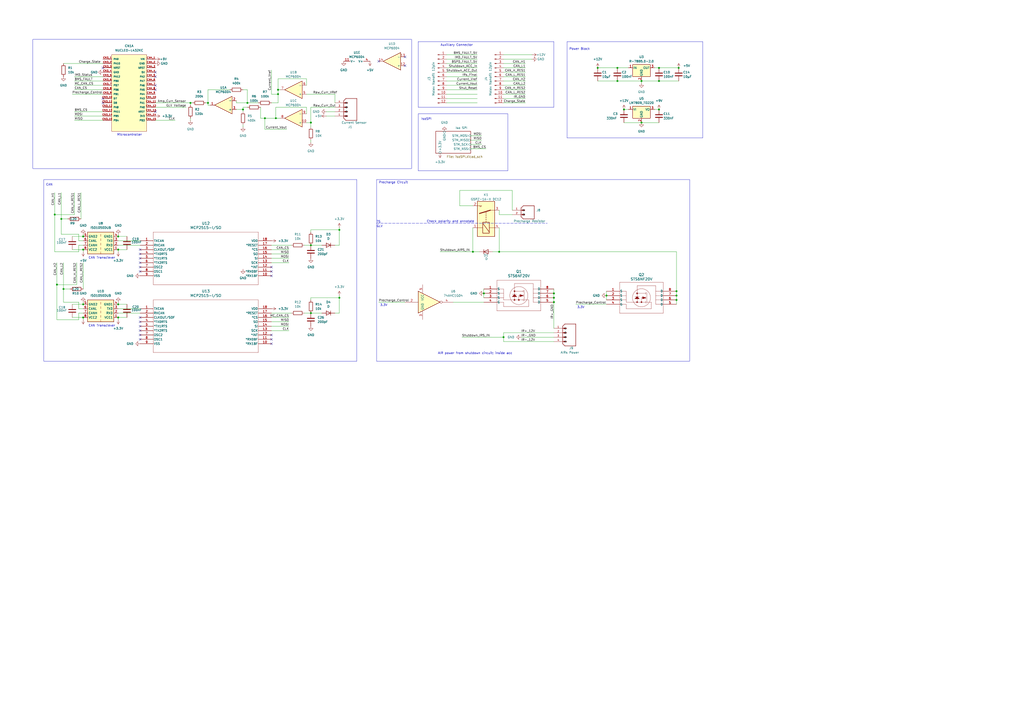
<source format=kicad_sch>
(kicad_sch (version 20231120) (generator "eeschema") (generator_version "8.0")
  (paper "A2")
  (title_block (title "Accumulator Board ") (date "2024-10-18") (rev "0.0") (company "Formula Slug"))
  (junction (at 153.67 68.58))
  (junction (at -93.98 402.59))
  (junction (at 180.34 71.12))
  (junction (at -177.8 265.43))
  (junction (at 160.02 68.58))
  (junction (at -176.53 323.85))
  (junction (at -53.34 402.59))
  (junction (at 180.34 181.61))
  (junction (at 68.58 137.16))
  (junction (at 68.58 184.15))
  (junction (at 358.14 46.99))
  (junction (at 361.95 63.5))
  (junction (at 372.11 71.12))
  (junction (at -53.34 407.67))
  (junction (at 382.27 46.99))
  (junction (at 289.56 146.05))
  (junction (at 110.49 59.69))
  (junction (at -53.34 400.05))
  (junction (at 346.71 39.37))
  (junction (at 392.43 168.91))
  (junction (at 140.97 63.5))
  (junction (at 351.79 171.45))
  (junction (at 382.27 39.37))
  (junction (at 393.7 39.37))
  (junction (at -176.53 330.2))
  (junction (at 358.14 39.37))
  (junction (at 68.58 176.53))
  (junction (at 372.11 46.99))
  (junction (at 48.26 144.78))
  (junction (at 143.51 59.69))
  (junction (at 180.34 142.24))
  (junction (at 321.31 170.18))
  (junction (at 161.29 52.07))
  (junction (at 68.58 144.78))
  (junction (at 48.26 184.15))
  (junction (at 292.1 195.58))
  (junction (at -53.34 405.13))
  (junction (at 48.26 137.16))
  (junction (at 321.31 172.72))
  (junction (at 382.27 63.5))
  (junction (at 31.75 124.46))
  (junction (at 274.32 146.05))
  (junction (at -185.42 265.43))
  (junction (at 392.43 171.45))
  (junction (at 196.85 172.72))
  (junction (at 36.83 167.64))
  (junction (at 33.02 165.1))
  (junction (at 196.85 133.35))
  (junction (at 48.26 176.53))
  (junction (at 392.43 173.99))
  (junction (at 161.29 54.61))
  (junction (at 280.67 170.18))
  (junction (at 321.31 175.26))
  (junction (at -184.15 327.66))
  (junction (at 35.56 127))
  (junction (at -184.15 323.85))
  (junction (at 120.65 59.69))
  (no_connect (at 81.28 189.23))
  (no_connect (at 157.48 154.94))
  (no_connect (at -180.34 311.15))
  (no_connect (at 81.28 157.48))
  (no_connect (at -177.8 270.51))
  (no_connect (at 81.28 152.4))
  (no_connect (at 81.28 196.85))
  (no_connect (at 81.28 186.69))
  (no_connect (at 90.17 41.91))
  (no_connect (at 59.69 39.37))
  (no_connect (at 81.28 144.78))
  (no_connect (at 81.28 154.94))
  (no_connect (at 90.17 49.53))
  (no_connect (at 157.48 194.31))
  (no_connect (at 81.28 149.86))
  (no_connect (at 234.95 38.1))
  (no_connect (at 81.28 184.15))
  (no_connect (at 59.69 59.69))
  (no_connect (at 90.17 44.45))
  (no_connect (at 157.48 199.39))
  (no_connect (at 81.28 191.77))
  (no_connect (at 219.71 35.56))
  (no_connect (at 157.48 160.02))
  (no_connect (at 157.48 196.85))
  (no_connect (at 81.28 147.32))
  (no_connect (at 234.95 33.02))
  (no_connect (at 157.48 157.48))
  (no_connect (at 90.17 64.77))
  (no_connect (at 90.17 52.07))
  (no_connect (at 81.28 194.31))
  (no_connect (at 59.69 57.15))
  (wire (pts (xy -44.45 397.51) (xy -53.34 397.51)))
  (wire (pts (xy 43.18 44.45) (xy 59.69 44.45)))
  (wire (pts (xy -180.34 270.51) (xy -180.34 267.97)))
  (wire (pts (xy 68.58 184.15) (xy 73.66 184.15)))
  (wire (pts (xy 180.34 62.23) (xy 180.34 71.12)))
  (wire (pts (xy -53.34 407.67) (xy -44.45 407.67)))
  (wire (pts (xy 255.27 146.05) (xy 274.32 146.05)))
  (wire (pts (xy 36.83 36.83) (xy 59.69 36.83)))
  (wire (pts (xy 151.13 68.58) (xy 151.13 62.23)))
  (wire (pts (xy 292.1 193.04) (xy 292.1 195.58)))
  (wire (pts (xy 358.14 46.99) (xy 372.11 46.99)))
  (wire (pts (xy 289.56 124.46) (xy 289.56 121.92)))
  (wire (pts (xy 143.51 59.69) (xy 137.16 59.69)))
  (wire (pts (xy -179.07 334.01) (xy -179.07 327.66)))
  (wire (pts (xy 194.31 181.61) (xy 196.85 181.61)))
  (wire (pts (xy 259.08 36.83) (xy 276.86 36.83)))
  (wire (pts (xy 382.27 46.99) (xy 393.7 46.99)))
  (wire (pts (xy 41.91 137.16) (xy 48.26 137.16)))
  (wire (pts (xy 157.48 149.86) (xy 167.64 149.86)))
  (wire (pts (xy -184.15 323.85) (xy -184.15 327.66)))
  (wire (pts (xy -185.42 267.97) (xy -185.42 265.43)))
  (wire (pts (xy 297.18 110.49) (xy 297.18 121.92)))
  (wire (pts (xy 43.18 111.76) (xy 43.18 124.46)))
  (wire (pts (xy 676.91 349.25) (xy 699.77 349.25)))
  (wire (pts (xy 372.11 46.99) (xy 382.27 46.99)))
  (wire (pts (xy 68.58 135.89) (xy 68.58 137.16)))
  (wire (pts (xy -176.53 323.85) (xy -176.53 330.2)))
  (wire (pts (xy 392.43 168.91) (xy 392.43 171.45)))
  (wire (pts (xy 43.18 69.85) (xy 59.69 69.85)))
  (wire (pts (xy -180.34 267.97) (xy -177.8 267.97)))
  (wire (pts (xy 361.95 63.5) (xy 364.49 63.5)))
  (wire (pts (xy 194.31 142.24) (xy 196.85 142.24)))
  (wire (pts (xy 45.72 139.7) (xy 48.26 139.7)))
  (wire (pts (xy 259.08 39.37) (xy 276.86 39.37)))
  (wire (pts (xy 45.72 179.07) (xy 48.26 179.07)))
  (wire (pts (xy 177.8 71.12) (xy 180.34 71.12)))
  (wire (pts (xy 137.16 59.69) (xy 137.16 58.42)))
  (wire (pts (xy 43.18 46.99) (xy 59.69 46.99)))
  (wire (pts (xy 262.89 175.26) (xy 280.67 175.26)))
  (wire (pts (xy 120.65 60.96) (xy 121.92 60.96)))
  (wire (pts (xy 297.18 124.46) (xy 289.56 124.46)))
  (wire (pts (xy 292.1 57.15) (xy 304.8 57.15)))
  (wire (pts (xy 153.67 68.58) (xy 151.13 68.58)))
  (wire (pts (xy 41.91 144.78) (xy 48.26 144.78)))
  (wire (pts (xy 45.72 142.24) (xy 48.26 142.24)))
  (wire (pts (xy 110.49 68.58) (xy 110.49 69.85)))
  (wire (pts (xy 259.08 57.15) (xy 276.86 57.15)))
  (wire (pts (xy 68.58 175.26) (xy 68.58 176.53)))
  (wire (pts (xy 694.69 341.63) (xy 699.77 341.63)))
  (wire (pts (xy 292.1 39.37) (xy 304.8 39.37)))
  (wire (pts (xy 35.56 135.89) (xy 45.72 135.89)))
  (wire (pts (xy 110.49 59.69) (xy 111.76 59.69)))
  (wire (pts (xy 194.31 64.77) (xy 189.23 64.77)))
  (wire (pts (xy 43.18 49.53) (xy 59.69 49.53)))
  (wire (pts (xy 351.79 168.91) (xy 351.79 171.45)))
  (wire (pts (xy 31.75 124.46) (xy 31.75 146.05)))
  (wire (pts (xy 143.51 59.69) (xy 143.51 52.07)))
  (wire (pts (xy 119.38 59.69) (xy 120.65 59.69)))
  (wire (pts (xy 392.43 173.99) (xy 392.43 176.53)))
  (wire (pts (xy 68.58 137.16) (xy 73.66 137.16)))
  (wire (pts (xy 68.58 146.05) (xy 68.58 144.78)))
  (polyline (pts (xy 218.44 129.54) (xy 317.5 129.54)) (stroke (width 0) (type dash)))
  (wire (pts (xy 68.58 181.61) (xy 81.28 181.61)))
  (wire (pts (xy 334.01 176.53) (xy 351.79 176.53)))
  (wire (pts (xy 35.56 127) (xy 35.56 135.89)))
  (wire (pts (xy 321.31 167.64) (xy 321.31 170.18)))
  (wire (pts (xy 36.83 175.26) (xy 45.72 175.26)))
  (wire (pts (xy 161.29 52.07) (xy 162.56 52.07)))
  (wire (pts (xy -184.15 327.66) (xy -184.15 334.01)))
  (wire (pts (xy -53.34 400.05) (xy -53.34 402.59)))
  (wire (pts (xy -176.53 323.85) (xy -176.53 311.15)))
  (wire (pts (xy 266.7 110.49) (xy 297.18 110.49)))
  (wire (pts (xy 41.91 54.61) (xy 59.69 54.61)))
  (wire (pts (xy 259.08 44.45) (xy 276.86 44.45)))
  (wire (pts (xy -177.8 267.97) (xy -177.8 265.43)))
  (wire (pts (xy 292.1 36.83) (xy 304.8 36.83)))
  (wire (pts (xy 292.1 54.61) (xy 304.8 54.61)))
  (wire (pts (xy 180.34 142.24) (xy 186.69 142.24)))
  (wire (pts (xy -182.88 270.51) (xy -182.88 267.97)))
  (wire (pts (xy 266.7 110.49) (xy 266.7 119.38)))
  (wire (pts (xy 68.58 179.07) (xy 81.28 179.07)))
  (wire (pts (xy 157.48 59.69) (xy 161.29 59.69)))
  (wire (pts (xy 33.02 165.1) (xy 33.02 185.42)))
  (wire (pts (xy 177.8 66.04) (xy 177.8 62.23)))
  (wire (pts (xy -53.34 405.13) (xy -53.34 407.67)))
  (wire (pts (xy 280.67 167.64) (xy 280.67 170.18)))
  (wire (pts (xy 31.75 146.05) (xy 45.72 146.05)))
  (wire (pts (xy 302.26 195.58) (xy 321.31 195.58)))
  (wire (pts (xy 259.08 34.29) (xy 276.86 34.29)))
  (wire (pts (xy 157.48 144.78) (xy 167.64 144.78)))
  (wire (pts (xy 157.48 184.15) (xy 167.64 184.15)))
  (wire (pts (xy 33.02 185.42) (xy 45.72 185.42)))
  (wire (pts (xy 45.72 146.05) (xy 45.72 142.24)))
  (wire (pts (xy 351.79 171.45) (xy 351.79 173.99)))
  (wire (pts (xy 110.49 59.69) (xy 110.49 60.96)))
  (wire (pts (xy 292.1 31.75) (xy 308.61 31.75)))
  (wire (pts (xy 393.7 39.37) (xy 382.27 39.37)))
  (wire (pts (xy 285.75 146.05) (xy 289.56 146.05)))
  (wire (pts (xy 292.1 46.99) (xy 304.8 46.99)))
  (wire (pts (xy 379.73 63.5) (xy 382.27 63.5)))
  (wire (pts (xy 41.91 176.53) (xy 48.26 176.53)))
  (wire (pts (xy 194.31 59.69) (xy 194.31 54.61)))
  (wire (pts (xy 160.02 68.58) (xy 153.67 68.58)))
  (wire (pts (xy 161.29 54.61) (xy 157.48 54.61)))
  (wire (pts (xy 68.58 185.42) (xy 68.58 184.15)))
  (wire (pts (xy 157.48 152.4) (xy 167.64 152.4)))
  (wire (pts (xy 177.8 62.23) (xy 160.02 62.23)))
  (wire (pts (xy 180.34 134.62) (xy 180.34 133.35)))
  (wire (pts (xy 120.65 59.69) (xy 120.65 60.96)))
  (wire (pts (xy 157.48 40.64) (xy 157.48 54.61)))
  (wire (pts (xy -177.8 252.73) (xy -177.8 265.43)))
  (wire (pts (xy 194.31 62.23) (xy 180.34 62.23)))
  (wire (pts (xy 160.02 62.23) (xy 160.02 68.58)))
  (wire (pts (xy 161.29 45.72) (xy 161.29 52.07)))
  (wire (pts (xy 372.11 48.26) (xy 372.11 46.99)))
  (wire (pts (xy -93.98 400.05) (xy -93.98 402.59)))
  (wire (pts (xy 392.43 146.05) (xy 392.43 168.91)))
  (wire (pts (xy 180.34 71.12) (xy 180.34 73.66)))
  (wire (pts (xy 43.18 67.31) (xy 59.69 67.31)))
  (wire (pts (xy 120.65 52.07) (xy 120.65 59.69)))
  (wire (pts (xy 292.1 34.29) (xy 308.61 34.29)))
  (wire (pts (xy -179.07 327.66) (xy -184.15 327.66)))
  (wire (pts (xy 361.95 71.12) (xy 372.11 71.12)))
  (wire (pts (xy 259.08 59.69) (xy 276.86 59.69)))
  (wire (pts (xy -44.45 402.59) (xy -53.34 402.59)))
  (wire (pts (xy 180.34 181.61) (xy 186.69 181.61)))
  (wire (pts (xy 321.31 172.72) (xy 321.31 175.26)))
  (wire (pts (xy 140.97 62.23) (xy 143.51 62.23)))
  (wire (pts (xy 392.43 171.45) (xy 392.43 173.99)))
  (wire (pts (xy 259.08 31.75) (xy 276.86 31.75)))
  (wire (pts (xy -181.61 334.01) (xy -181.61 330.2)))
  (wire (pts (xy -53.34 402.59) (xy -53.34 405.13)))
  (wire (pts (xy 694.69 344.17) (xy 699.77 344.17)))
  (wire (pts (xy 273.05 86.36) (xy 281.94 86.36)))
  (wire (pts (xy 153.67 74.93) (xy 166.37 74.93)))
  (wire (pts (xy 379.73 39.37) (xy 382.27 39.37)))
  (wire (pts (xy -184.15 323.85) (xy -184.15 311.15)))
  (wire (pts (xy -176.53 311.15) (xy -177.8 311.15)))
  (wire (pts (xy 48.26 175.26) (xy 48.26 176.53)))
  (wire (pts (xy -176.53 330.2) (xy -176.53 334.01)))
  (wire (pts (xy -97.79 402.59) (xy -93.98 402.59)))
  (wire (pts (xy 48.26 185.42) (xy 48.26 184.15)))
  (wire (pts (xy 68.58 176.53) (xy 73.66 176.53)))
  (wire (pts (xy 36.83 152.4) (xy 36.83 167.64)))
  (polyline (pts (xy -222.25 295.91) (xy -143.51 295.91)) (stroke (width 0) (type dash)))
  (wire (pts (xy 90.17 59.69) (xy 110.49 59.69)))
  (wire (pts (xy 68.58 144.78) (xy 73.66 144.78)))
  (wire (pts (xy 161.29 52.07) (xy 161.29 54.61)))
  (wire (pts (xy 133.35 52.07) (xy 120.65 52.07)))
  (wire (pts (xy 44.45 152.4) (xy 44.45 165.1)))
  (wire (pts (xy 292.1 193.04) (xy 321.31 193.04)))
  (wire (pts (xy 140.97 62.23) (xy 140.97 63.5)))
  (wire (pts (xy -53.34 397.51) (xy -53.34 400.05)))
  (wire (pts (xy 35.56 127) (xy 39.37 127)))
  (wire (pts (xy 157.48 147.32) (xy 167.64 147.32)))
  (wire (pts (xy 273.05 81.28) (xy 279.4 81.28)))
  (wire (pts (xy 292.1 44.45) (xy 304.8 44.45)))
  (wire (pts (xy 289.56 132.08) (xy 289.56 146.05)))
  (wire (pts (xy 196.85 132.08) (xy 196.85 133.35)))
  (wire (pts (xy 292.1 195.58) (xy 292.1 198.12)))
  (wire (pts (xy 259.08 52.07) (xy 276.86 52.07)))
  (wire (pts (xy 180.34 133.35) (xy 196.85 133.35)))
  (wire (pts (xy 36.83 167.64) (xy 40.64 167.64)))
  (wire (pts (xy 41.91 184.15) (xy 48.26 184.15)))
  (wire (pts (xy -184.15 311.15) (xy -182.88 311.15)))
  (wire (pts (xy 36.83 167.64) (xy 36.83 175.26)))
  (wire (pts (xy 157.48 189.23) (xy 167.64 189.23)))
  (wire (pts (xy 45.72 181.61) (xy 48.26 181.61)))
  (wire (pts (xy 292.1 52.07) (xy 304.8 52.07)))
  (wire (pts (xy 160.02 68.58) (xy 162.56 68.58)))
  (wire (pts (xy 278.13 146.05) (xy 274.32 146.05)))
  (wire (pts (xy 48.26 135.89) (xy 48.26 137.16)))
  (wire (pts (xy 196.85 172.72) (xy 196.85 181.61)))
  (wire (pts (xy 140.97 73.66) (xy 140.97 72.39)))
  (wire (pts (xy 161.29 54.61) (xy 161.29 59.69)))
  (wire (pts (xy 292.1 198.12) (xy 321.31 198.12)))
  (wire (pts (xy 180.34 172.72) (xy 196.85 172.72)))
  (wire (pts (xy 259.08 46.99) (xy 276.86 46.99)))
  (wire (pts (xy 177.8 49.53) (xy 177.8 45.72)))
  (wire (pts (xy 194.31 54.61) (xy 177.8 54.61)))
  (wire (pts (xy 43.18 52.07) (xy 59.69 52.07)))
  (wire (pts (xy 157.48 142.24) (xy 168.91 142.24)))
  (wire (pts (xy 157.48 191.77) (xy 167.64 191.77)))
  (wire (pts (xy 46.99 111.76) (xy 46.99 127)))
  (wire (pts (xy 321.31 170.18) (xy 321.31 172.72)))
  (wire (pts (xy 90.17 62.23) (xy 107.95 62.23)))
  (wire (pts (xy 321.31 175.26) (xy 321.31 190.5)))
  (wire (pts (xy 176.53 142.24) (xy 180.34 142.24)))
  (wire (pts (xy 157.48 186.69) (xy 167.64 186.69)))
  (wire (pts (xy 45.72 185.42) (xy 45.72 181.61)))
  (wire (pts (xy 48.26 152.4) (xy 48.26 167.64)))
  (wire (pts (xy 676.91 346.71) (xy 699.77 346.71)))
  (wire (pts (xy 372.11 71.12) (xy 382.27 71.12)))
  (wire (pts (xy 143.51 52.07) (xy 140.97 52.07)))
  (wire (pts (xy -185.42 252.73) (xy -185.42 257.81)))
  (wire (pts (xy 292.1 49.53) (xy 304.8 49.53)))
  (wire (pts (xy -109.22 407.67) (xy -93.98 407.67)))
  (wire (pts (xy 219.71 175.26) (xy 234.95 175.26)))
  (wire (pts (xy 194.31 67.31) (xy 189.23 67.31)))
  (wire (pts (xy 137.16 63.5) (xy 140.97 63.5)))
  (wire (pts (xy 153.67 68.58) (xy 153.67 74.93)))
  (wire (pts (xy 273.05 78.74) (xy 279.4 78.74)))
  (wire (pts (xy 180.34 81.28) (xy 180.34 82.55)))
  (wire (pts (xy 48.26 146.05) (xy 48.26 144.78)))
  (wire (pts (xy 45.72 175.26) (xy 45.72 179.07)))
  (wire (pts (xy 292.1 59.69) (xy 304.8 59.69)))
  (wire (pts (xy 33.02 152.4) (xy 33.02 165.1)))
  (wire (pts (xy 266.7 119.38) (xy 274.32 119.38)))
  (wire (pts (xy 280.67 170.18) (xy 280.67 172.72)))
  (wire (pts (xy 33.02 165.1) (xy 44.45 165.1)))
  (wire (pts (xy -190.5 327.66) (xy -184.15 327.66)))
  (wire (pts (xy 177.8 45.72) (xy 161.29 45.72)))
  (wire (pts (xy -181.61 330.2) (xy -176.53 330.2)))
  (wire (pts (xy 180.34 173.99) (xy 180.34 172.72)))
  (wire (pts (xy 45.72 135.89) (xy 45.72 139.7)))
  (wire (pts (xy 43.18 64.77) (xy 59.69 64.77)))
  (wire (pts (xy 259.08 54.61) (xy 276.86 54.61)))
  (wire (pts (xy 292.1 41.91) (xy 304.8 41.91)))
  (wire (pts (xy 90.17 69.85) (xy 101.6 69.85)))
  (wire (pts (xy 273.05 83.82) (xy 279.4 83.82)))
  (wire (pts (xy 289.56 146.05) (xy 392.43 146.05)))
  (wire (pts (xy 346.71 39.37) (xy 358.14 39.37)))
  (wire (pts (xy -182.88 267.97) (xy -185.42 267.97)))
  (wire (pts (xy 267.97 195.58) (xy 292.1 195.58)))
  (wire (pts (xy 196.85 133.35) (xy 196.85 142.24)))
  (wire (pts (xy 68.58 142.24) (xy 81.28 142.24)))
  (wire (pts (xy 140.97 63.5) (xy 140.97 64.77)))
  (wire (pts (xy 358.14 39.37) (xy 364.49 39.37)))
  (wire (pts (xy 149.86 59.69) (xy 143.51 59.69)))
  (wire (pts (xy 176.53 181.61) (xy 180.34 181.61)))
  (wire (pts (xy 31.75 111.76) (xy 31.75 124.46)))
  (wire (pts (xy 157.48 181.61) (xy 168.91 181.61)))
  (wire (pts (xy 274.32 146.05) (xy 274.32 132.08)))
  (wire (pts (xy 346.71 46.99) (xy 358.14 46.99)))
  (wire (pts (xy 68.58 139.7) (xy 81.28 139.7)))
  (wire (pts (xy 31.75 124.46) (xy 43.18 124.46)))
  (wire (pts (xy 196.85 171.45) (xy 196.85 172.72)))
  (wire (pts (xy 259.08 41.91) (xy 276.86 41.91)))
  (wire (pts (xy 259.08 49.53) (xy 276.86 49.53)))
  (wire (pts (xy 35.56 111.76) (xy 35.56 127)))
  (wire (pts (xy -93.98 402.59) (xy -93.98 405.13)))
  (rectangle (start 242.57 66.04) (end 294.64 99.06))
  (rectangle (start 25.4 104.14) (end 207.01 209.55))
  (rectangle (start -119.38 377.19) (end -20.32 429.26))
  (rectangle (start 650.24 320.04) (end 728.98 374.65))
  (rectangle (start -222.25 246.38) (end -143.51 347.98))
  (rectangle (start 19.05 22.86) (end 238.76 97.79))
  (rectangle (start 242.57 24.13) (end 321.31 62.23))
  (rectangle (start 218.44 104.14) (end 400.05 209.55))
  (rectangle (start 328.93 24.13) (end 407.67 80.01))
  (text "AIR power from shutdown circuit; inside acc" (at 254 205.74 0) (effects (font (size 1.27 1.27)) (justify left bottom)))
  (text "HV power in" (at 713.74 340.36 0) (effects (font (size 1.27 1.27)) (justify left bottom)))
  (text "GLV" (at 218.44 132.08 0) (effects (font (size 1.27 1.27)) (justify left bottom)))
  (text "GLV" (at -220.98 299.72 0) (effects (font (size 1.27 1.27)) (justify left bottom)))
  (text "TS" (at -220.98 294.64 0) (effects (font (size 1.27 1.27)) (justify left bottom)))
  (text "Check polarity and annotate" (at 261.366 128.524 0) (effects (font (size 1.27 1.27))))
  (text "GND" (at -176.53 302.26 90) (effects (font (size 1.27 1.27)) (justify left bottom)))
  (text "HVIL" (at -220.98 250.19 0) (effects (font (size 1.27 1.27)) (justify left bottom)))
  (text "IsoSPI\n" (at 244.348 69.85 0) (effects (font (size 1.27 1.27)) (justify left bottom)))
  (text "Microcontroller" (at 67.818 78.994 0) (effects (font (size 1.27 1.27)) (justify left bottom)))
  (text "3.3V" (at 339.09 179.07 0) (effects (font (size 1.27 1.27)) (justify right bottom)))
  (text "CAN\n" (at 26.67 107.95 0) (effects (font (size 1.27 1.27)) (justify left bottom)))
  (text "Precharge Circuit" (at 219.71 106.68 0) (effects (font (size 1.27 1.27)) (justify left bottom)))
  (text "Micro drives Gate \n" (at -90.17 415.29 0) (effects (font (size 1.27 1.27))))
  (text "Using HV to power IMD?\n" (at 675.64 358.14 0) (effects (font (size 1.27 1.27))))
  (text "Auxillary Connector\n" (at 255.524 26.924 0) (effects (font (size 1.27 1.27)) (justify left bottom)))
  (text "Fans" (at -118.11 381 0) (effects (font (size 1.27 1.27)) (justify left bottom)))
  (text "DCDC converter (110V ~ 5V)" (at -171.45 292.1 0) (effects (font (size 1.27 1.27)) (justify left bottom)))
  (text "CAN Transciever\n" (at 51.308 150.368 0) (effects (font (size 1.27 1.27)) (justify left bottom)))
  (text "TS" (at 218.44 129.54 0) (effects (font (size 1.27 1.27)) (justify left bottom)))
  (text "IMD BAT+ and BAT-" (at 664.21 355.6 0) (effects (font (size 1.27 1.27)) (justify left bottom)))
  (text "High Voltage" (at 651.51 323.85 0) (effects (font (size 1.27 1.27)) (justify left bottom)))
  (text "CAN Transciever\n" (at 51.308 189.738 0) (effects (font (size 1.27 1.27)) (justify left bottom)))
  (text "Power Block" (at 330.2 29.21 0) (effects (font (size 1.27 1.27)) (justify left bottom)))
  (text "+Vo" (at -182.88 302.26 90) (effects (font (size 1.27 1.27)) (justify left bottom)))
  (text "3.3V" (at 224.79 177.8 0) (effects (font (size 1.27 1.27)) (justify right bottom)))
  (label "IR+_12V" (at 302.26 193.04 0))
  (label "Precharge_Control" (at 41.91 54.61 0))
  (label "BMS_CS" (at 281.94 86.36 180))
  (label "IR+_GND" (at 321.31 176.53 270))
  (label "Shut_Reset" (at 276.86 52.07 180))
  (label "Precharge_Control" (at 334.01 176.53 0))
  (label "MISO" (at 167.64 186.69 180))
  (label "MOSI" (at 167.64 149.86 180))
  (label "BMS_CS" (at 43.18 64.77 0))
  (label "TS+" (at 694.69 341.63 0))
  (label "BAT-" (at 693.42 349.25 0))
  (label "IMD_FAULT_5V" (at 276.86 34.29 180))
  (label "TS-" (at 694.69 344.17 0))
  (label "Amp_Curr_Sensor" (at 91.44 59.69 0))
  (label "CAN_H_RES2" (at 304.8 52.07 180))
  (label "CAN_L_RES1" (at 304.8 44.45 180))
  (label "CAN_H1" (at 31.75 111.76 270))
  (label "GLV Voltage" (at 107.95 62.23 180))
  (label "Charge_State" (at 45.72 36.83 0))
  (label "CAN_CS" (at 167.64 144.78 180))
  (label "CLK" (at 279.4 83.82 180))
  (label "Current_Vout" (at 276.86 49.53 180))
  (label "CAN_H2" (at 304.8 46.99 180))
  (label "Current_Vout" (at 166.37 74.93 180))
  (label "CAN_L_RES2" (at 304.8 54.61 180))
  (label "Current_Vref" (at 276.86 46.99 180))
  (label "MISO" (at 43.18 69.85 0))
  (label "Charge_State" (at 304.8 59.69 180))
  (label "IR_GND" (at 304.8 57.15 180))
  (label "CAN_L2" (at 36.83 152.4 270))
  (label "MC_CAN_CS" (at 167.64 184.15 180))
  (label "CAN_L_RES2" (at 48.26 152.4 270))
  (label "MOSI" (at 279.4 78.74 180))
  (label "CLK" (at 167.64 191.77 180))
  (label "IMD_Status" (at 43.18 44.45 0))
  (label "MC_CAN_CS" (at 43.18 49.53 0))
  (label "Shutdown_AIRS_IN" (at 255.27 146.05 0))
  (label "BSPD_FAULT_5V" (at 276.86 36.83 180))
  (label "Raw_Curr_VRef" (at 181.61 54.61 0))
  (label "BMS_FAULT_5V" (at 276.86 31.75 180))
  (label "HVIL+" (at -190.5 327.66 0))
  (label "MOSI" (at 167.64 189.23 180))
  (label "CAN_H_RES1" (at 43.18 111.76 270))
  (label "Shutdown_ACC_In" (at 276.86 39.37 180))
  (label "Precharge_Control" (at 219.71 175.26 0))
  (label "Shutdown_IRS_IN" (at 267.97 195.58 0))
  (label "MISO" (at 167.64 147.32 180))
  (label "Current_Vref" (at 157.48 40.64 270))
  (label "CAN_H1" (at 304.8 36.83 180))
  (label "BMS_FAULT" (at 43.18 46.99 0))
  (label "MOSI" (at 43.18 67.31 0))
  (label "CLK" (at 167.64 152.4 180))
  (label "Raw_Curr_Out" (at 181.61 62.23 0))
  (label "CAN_L1" (at 35.56 111.76 270))
  (label "CAN_H_RES1" (at 304.8 41.91 180))
  (label "CLK" (at 101.6 69.85 180))
  (label "CAN_L_RES1" (at 46.99 111.76 270))
  (label "Fan_Control" (at -109.22 407.67 0))
  (label "CAN_L2" (at 304.8 49.53 180))
  (label "CAN_H2" (at 33.02 152.4 270))
  (label "CAN_H_RES2" (at 44.45 152.4 270))
  (label "TS-" (at -177.8 252.73 270))
  (label "BAT+" (at 693.42 346.71 0))
  (label "CAN_L1" (at 304.8 39.37 180))
  (label "IR-_GND" (at 302.26 195.58 0))
  (label "Shutdown_ACC_Out" (at 276.86 41.91 180))
  (label "IRs_Final" (at 276.86 44.45 180))
  (label "CAN_CS" (at 43.18 52.07 0))
  (label "TS+" (at -185.42 252.73 270))
  (label "IR-_12V" (at 302.26 198.12 0))
  (label "MISO" (at 279.4 81.28 180))
  (symbol (lib_id "power:+9V") (at 90.17 34.29 270) (unit 1)
    (property "Reference" "#PWR03" (effects (hide yes)))
    (property "Value" "+9V" (at 92.71 34.29 90) (effects (justify left)))
  )
  (symbol (lib_name "GND_1") (lib_id "power:GND") (at 199.39 35.56 0) (unit 1)
    (property "Reference" "#PWR021" (effects (hide yes)))
    (property "Value" "GND" (at 199.39 40.64 0))
    (property "Description" "Power symbol creates a global label with name \"GND\" , ground" (effects (hide yes)))
  )
  (symbol (lib_id "Device:R") (at 115.57 59.69 90) (unit 1)
    (property "Reference" "R3" (at 115.57 53.34 90))
    (property "Value" "200k" (at 115.57 55.88 90))
    (property "Description" "Resistor" (effects (hide yes)))
  )
  (symbol (lib_id "power:+3.3V") (at 68.58 146.05 180) (unit 1)
    (property "Reference" "#PWR037" (effects (hide yes)))
    (property "Value" "+3.3V" (at 68.58 151.13 0))
  )
  (symbol (lib_id "1FS_2_Global_Symbol_Library:1053091204") (at 199.39 64.77 0) (mirror x) (unit 1)
    (property "Reference" "J1" (at 201.93 73.66 0) (effects (justify left)))
    (property "Value" "Current Sensor" (at 198.12 71.12 0) (effects (justify left)))
    (property "Footprint" "1FS_2_Global_Footprint_Library:MOLEX_1053091204" (effects (hide yes)))
    (property "PARTREV" "H" (effects (hide yes)))
    (property "STANDARD" "Manufacturer Recommendations" (effects (hide yes)))
    (property "MAXIMUM_PACKAGE_HEIGHT" "10.51 mm" (effects (hide yes)))
    (property "MANUFACTURER" "Molex" (effects (hide yes)))
  )
  (symbol (lib_id "power:GND") (at 308.61 34.29 90) (unit 1)
    (property "Reference" "#PWR011" (effects (hide yes)))
    (property "Value" "GND" (at 313.69 34.29 90))
  )
  (symbol (lib_id "Regulator_Switching:R-78B5.0-2.0") (at 372.11 39.37 0) (unit 1)
    (property "Reference" "U3" (at 372.11 33.02 0))
    (property "Value" "R-78B5.0-2.0" (at 372.11 35.56 0))
    (property "Footprint" "Converter_DCDC:Converter_DCDC_RECOM_R-78B-2.0_THT" (effects (hide yes)))
    (property "Datasheet" "https://www.recom-power.com/pdf/Innoline/R-78Bxx-2.0.pdf" (effects (hide yes)))
  )
  (symbol (lib_id "power:+3.3V") (at 196.85 171.45 0) (unit 1)
    (property "Reference" "#PWR053" (effects (hide yes)))
    (property "Value" "+3.3V" (at 196.85 166.37 0))
  )
  (symbol (lib_id "Device:C") (at 393.7 43.18 0) (unit 1)
    (property "Reference" "C14" (at 396.24 41.91 0) (effects (justify left)))
    (property "Value" "10µF" (at 396.24 44.45 0) (effects (justify left)))
    (property "Footprint" "Capacitor_SMD:C_0805_2012Metric_Pad1.18x1.45mm_HandSolder" (effects (hide yes)))
  )
  (symbol (lib_id "power:+9V") (at 308.61 31.75 270) (unit 1)
    (property "Reference" "#PWR010" (effects (hide yes)))
    (property "Value" "+12V" (at 311.15 31.75 90) (effects (justify left)))
  )
  (symbol (lib_id "power:+3.3V") (at 157.48 179.07 270) (unit 1)
    (property "Reference" "#PWR045" (effects (hide yes)))
    (property "Value" "+3.3V" (at 161.29 179.0699 90) (effects (justify left)))
  )
  (symbol (lib_id "power:+3.3V") (at 196.85 132.08 0) (unit 1)
    (property "Reference" "#PWR052" (effects (hide yes)))
    (property "Value" "+3.3V" (at 196.85 127 0))
  )
  (symbol (lib_id "power:+5V") (at 48.26 185.42 180) (unit 1)
    (property "Reference" "#PWR035" (effects (hide yes)))
    (property "Value" "+5V" (effects (hide yes)))
  )
  (symbol (lib_id "Relay:Relay_SPST-NO") (at 281.94 127 90) (unit 1)
    (property "Reference" "K1" (at 281.94 113.03 90))
    (property "Value" "G5PZ-1A-X DC12" (at 281.94 115.57 90))
    (property "Footprint" "1FS_2_Global_Footprint_Library:G5PZ-1A-X DC12" (effects (hide yes)))
  )
  (symbol (lib_id "power:+5V") (at 393.7 39.37 0) (unit 1)
    (property "Reference" "#PWR028" (effects (hide yes)))
    (property "Value" "+5V" (at 396.24 38.1 0) (effects (justify left)))
  )
  (symbol (lib_id "power:+12V") (at -44.45 410.21 90) (unit 1)
    (property "Reference" "#PWR051" (effects (hide yes)))
    (property "Value" "+12V" (at -46.99 410.21 90) (effects (justify left)))
    (property "Description" "Power symbol creates a global label with name \"+12V\"" (effects (hide yes)))
  )
  (symbol (lib_id "Device:R") (at 153.67 59.69 90) (unit 1)
    (property "Reference" "R7" (at 153.67 53.34 90))
    (property "Value" "100k" (at 153.67 55.88 90))
    (property "Description" "Resistor" (effects (hide yes)))
  )
  (symbol (lib_id "Device:C") (at 382.27 43.18 0) (unit 1)
    (property "Reference" "C10" (at 384.81 41.91 0) (effects (justify left)))
    (property "Value" "100nF" (at 384.81 44.45 0) (effects (justify left)))
    (property "Footprint" "Capacitor_SMD:C_0805_2012Metric_Pad1.18x1.45mm_HandSolder" (effects (hide yes)))
  )
  (symbol (lib_name "GND_1") (lib_id "power:GND") (at 81.28 160.02 270) (unit 1)
    (property "Reference" "#PWR040" (effects (hide yes)))
    (property "Value" "GND" (at 77.47 160.0199 90) (effects (justify right)))
    (property "Description" "Power symbol creates a global label with name \"GND\" , ground" (effects (hide yes)))
  )
  (symbol (lib_id "74xGxx:74AHC1G04") (at 250.19 175.26 0) (unit 1)
    (property "Reference" "U6" (at 262.89 168.9414 0))
    (property "Value" "74AHC1G04" (at 262.89 171.4814 0))
    (property "Datasheet" "http://www.ti.com/lit/sg/scyt129e/scyt129e.pdf" (effects (hide yes)))
    (property "Description" "Single NOT Gate, Low-Voltage CMOS" (effects (hide yes)))
  )
  (symbol (lib_id "power:GND") (at 90.17 36.83 90) (unit 1)
    (property "Reference" "#PWR04" (effects (hide yes)))
    (property "Value" "GND" (at 95.25 36.83 90))
  )
  (symbol (lib_id "Device:D") (at 190.5 142.24 180) (unit 1)
    (property "Reference" "D3" (at 190.5 135.89 0))
    (property "Value" "D" (at 190.5 138.43 0))
    (property "Description" "Diode" (effects (hide yes)))
    (property "Sim.Device" "D" (effects (hide yes)))
    (property "Sim.Pins" "1=K 2=A" (effects (hide yes)))
  )
  (symbol (lib_id "Device:C") (at 73.66 140.97 0) (unit 1)
    (property "Reference" "C19" (at 76.708 138.684 0) (effects (justify left)))
    (property "Value" "100nF" (at 76.2 140.462 0) (effects (justify left)))
    (property "Footprint" "Capacitor_SMD:C_0805_2012Metric_Pad1.18x1.45mm_HandSolder" (effects (hide yes)))
  )
  (symbol (lib_id "Device:C") (at 180.34 146.05 180) (unit 1)
    (property "Reference" "C21" (at 184.15 144.7799 0) (effects (justify right)))
    (property "Value" "200pF" (at 184.15 147.32 0) (effects (justify right)))
    (property "Description" "Unpolarized capacitor" (effects (hide yes)))
  )
  (symbol (lib_id "Device:C") (at 73.66 180.34 0) (unit 1)
    (property "Reference" "C20" (at 76.708 178.054 0) (effects (justify left)))
    (property "Value" "100nF" (at 76.2 179.832 0) (effects (justify left)))
    (property "Footprint" "Capacitor_SMD:C_0805_2012Metric_Pad1.18x1.45mm_HandSolder" (effects (hide yes)))
  )
  (symbol (lib_name "GND_1") (lib_id "power:GND") (at 68.58 175.26 180) (unit 1)
    (property "Reference" "#PWR038" (effects (hide yes)))
    (property "Value" "GND" (at 68.58 170.18 0))
    (property "Description" "Power symbol creates a global label with name \"GND\" , ground" (effects (hide yes)))
  )
  (symbol (lib_id "Device:R") (at 140.97 68.58 180) (unit 1)
    (property "Reference" "R5" (at 143.51 67.3099 0) (effects (justify right)))
    (property "Value" "400k" (at 143.51 69.8499 0) (effects (justify right)))
    (property "Description" "Resistor" (effects (hide yes)))
  )
  (symbol (lib_id "power:+3.3V") (at 157.48 139.7 270) (unit 1)
    (property "Reference" "#PWR043" (effects (hide yes)))
    (property "Value" "+3.3V" (at 161.29 139.6999 90) (effects (justify left)))
  )
  (symbol (lib_name "GND_3") (lib_id "power:GND") (at 140.97 156.21 0) (unit 1)
    (property "Reference" "#PWR042" (effects (hide yes)))
    (property "Value" "GND" (at 140.97 161.29 0))
    (property "Description" "Power symbol creates a global label with name \"GND\" , ground" (effects (hide yes)))
  )
  (symbol (lib_id "Device:D") (at 281.94 146.05 0) (unit 1)
    (property "Reference" "D1" (at 281.94 148.082 0))
    (property "Value" "D" (at 282.194 150.114 0))
    (property "Footprint" "Diode_SMD:D_2010_5025Metric_Pad1.52x2.65mm_HandSolder" (effects (hide yes)))
    (property "Sim.Device" "D" (effects (hide yes)))
    (property "Sim.Pins" "1=K 2=A" (effects (hide yes)))
  )
  (symbol (lib_name "+5V_1") (lib_id "power:+5V") (at 214.63 35.56 180) (unit 1)
    (property "Reference" "#PWR022" (effects (hide yes)))
    (property "Value" "+5V" (at 214.63 40.64 0))
    (property "Description" "Power symbol creates a global label with name \"+5V\"" (effects (hide yes)))
  )
  (symbol (lib_id "Device:R") (at 110.49 64.77 0) (unit 1)
    (property "Reference" "R2" (at 113.03 63.4999 0) (effects (justify left)))
    (property "Value" "120k" (at 113.03 66.0399 0) (effects (justify left)))
    (property "Description" "Resistor" (effects (hide yes)))
  )
  (symbol (lib_name "GND_1") (lib_id "power:GND") (at 110.49 69.85 0) (unit 1)
    (property "Reference" "#PWR06" (effects (hide yes)))
    (property "Value" "GND" (at 110.49 74.93 0))
    (property "Description" "Power symbol creates a global label with name \"GND\" , ground" (effects (hide yes)))
  )
  (symbol (lib_id "1FS_2_Global_Symbol_Library:1053091204") (at 704.85 344.17 0) (unit 1)
    (property "Reference" "J6" (at 707.39 335.28 0) (effects (justify left)))
    (property "Value" "HV Power" (at 703.58 337.82 0) (effects (justify left)))
    (property "Footprint" "1FS_2_Global_Footprint_Library:MOLEX_1053091204" (effects (hide yes)))
    (property "PARTREV" "H" (effects (hide yes)))
    (property "STANDARD" "Manufacturer Recommendations" (effects (hide yes)))
    (property "MAXIMUM_PACKAGE_HEIGHT" "10.51 mm" (effects (hide yes)))
    (property "MANUFACTURER" "Molex" (effects (hide yes)))
  )
  (symbol (lib_id "Device:C") (at 41.91 140.97 0) (unit 1)
    (property "Reference" "C17" (at 34.036 138.938 0) (effects (justify left)))
    (property "Value" "100nF" (at 32.766 140.716 0) (effects (justify left)))
    (property "Footprint" "Capacitor_SMD:C_0805_2012Metric_Pad1.18x1.45mm_HandSolder" (effects (hide yes)))
  )
  (symbol (lib_name "GND_1") (lib_id "power:GND") (at 140.97 73.66 0) (unit 1)
    (property "Reference" "#PWR07" (effects (hide yes)))
    (property "Value" "GND" (at 140.97 78.74 0))
    (property "Description" "Power symbol creates a global label with name \"GND\" , ground" (effects (hide yes)))
  )
  (symbol (lib_id "1_ACC_BOARD:STS6NF20V") (at 351.79 168.91 0) (unit 1)
    (property "Reference" "Q2" (at 372.11 159.385 0) (effects (font (size 1.524 1.524))))
    (property "Value" "STS6NF20V" (at 372.11 161.925 0) (effects (font (size 1.524 1.524))))
    (property "Footprint" "1FS_2_Global_Footprint_Library:SO-8_STM" (effects (hide yes)))
    (property "Datasheet" "STS6NF20V" (effects (hide yes)))
  )
  (symbol (lib_id "power:GND") (at 280.67 170.18 270) (unit 1)
    (property "Reference" "#PWR029" (effects (hide yes)))
    (property "Value" "GND" (at 276.86 170.18 90) (effects (justify right)))
  )
  (symbol (lib_id "1FS_2_Global_Symbol_Library:1053091202") (at 302.26 121.92 0) (unit 1)
    (property "Reference" "J8" (at 311.15 121.9199 0) (effects (justify left)))
    (property "Value" "Precharge Resistor" (at 297.942 128.27 0) (effects (justify left)))
    (property "Footprint" "1FS_2_Global_Footprint_Library:MOLEX_1053091202" (effects (hide yes)))
    (property "PARTREV" "H" (effects (hide yes)))
    (property "STANDARD" "Manufacturer Recommendations" (effects (hide yes)))
    (property "MAXIMUM_PACKAGE_HEIGHT" "10.51 mm" (effects (hide yes)))
    (property "MANUFACTURER" "Molex" (effects (hide yes)))
  )
  (symbol (lib_id "power:GND") (at 351.79 171.45 270) (unit 1)
    (property "Reference" "#PWR031" (effects (hide yes)))
    (property "Value" "GND" (at 347.98 171.45 90) (effects (justify right)))
  )
  (symbol (lib_id "Device:C") (at -181.61 265.43 90) (unit 1)
    (property "Reference" "C12" (at -181.61 257.81 90))
    (property "Value" "1uF" (at -181.61 260.35 90))
    (property "Description" "Unpolarized capacitor" (effects (hide yes)))
  )
  (symbol (lib_id "power:+12V") (at -44.45 400.05 90) (unit 1)
    (property "Reference" "#PWR049" (effects (hide yes)))
    (property "Value" "+12V" (at -46.99 400.05 90) (effects (justify left)))
    (property "Description" "Power symbol creates a global label with name \"+12V\"" (effects (hide yes)))
  )
  (symbol (lib_id "1_ACC_BOARD:STS6NF20V") (at 280.67 167.64 0) (unit 1)
    (property "Reference" "Q1" (at 300.99 157.48 0) (effects (font (size 1.524 1.524))))
    (property "Value" "STS6NF20V" (at 300.99 160.02 0) (effects (font (size 1.524 1.524))))
    (property "Footprint" "1FS_2_Global_Footprint_Library:SO-8_STM" (effects (hide yes)))
    (property "Datasheet" "STS6NF20V" (effects (hide yes)))
  )
  (symbol (lib_id "Device:R") (at 137.16 52.07 90) (unit 1)
    (property "Reference" "R4" (at 137.16 45.72 90))
    (property "Value" "400k" (at 137.16 48.26 90))
    (property "Description" "Resistor" (effects (hide yes)))
  )
  (symbol (lib_id "1FS_2_Global_Symbol_Library:1053091204") (at -179.07 339.09 270) (unit 1)
    (property "Reference" "J7" (at -172.72 341.63 90) (effects (justify left)))
    (property "Value" "HVIL" (at -172.72 344.17 90) (effects (justify left)))
    (property "Footprint" "1FS_2_Global_Footprint_Library:MOLEX_1053091204" (effects (hide yes)))
    (property "PARTREV" "H" (effects (hide yes)))
    (property "STANDARD" "Manufacturer Recommendations" (effects (hide yes)))
    (property "MAXIMUM_PACKAGE_HEIGHT" "10.51 mm" (effects (hide yes)))
    (property "MANUFACTURER" "Molex" (effects (hide yes)))
  )
  (symbol (lib_id "power:+12V") (at 346.71 39.37 0) (unit 1)
    (property "Reference" "#PWR023" (effects (hide yes)))
    (property "Value" "+12V" (at 346.71 34.29 0))
  )
  (symbol (lib_id "Device:C") (at -180.34 323.85 90) (unit 1)
    (property "Reference" "C13" (at -180.34 317.5 90))
    (property "Value" "10µF" (at -180.34 320.04 90))
    (property "Footprint" "Capacitor_SMD:C_0805_2012Metric_Pad1.18x1.45mm_HandSolder" (effects (hide yes)))
  )
  (symbol (lib_name "GND_1") (lib_id "power:GND") (at 189.23 64.77 270) (unit 1)
    (property "Reference" "#PWR09" (effects (hide yes)))
    (property "Value" "GND" (at 185.42 64.7699 90) (effects (justify right)))
    (property "Description" "Power symbol creates a global label with name \"GND\" , ground" (effects (hide yes)))
  )
  (symbol (lib_id "power:+5V") (at 189.23 67.31 90) (unit 1)
    (property "Reference" "#PWR020" (effects (hide yes)))
    (property "Value" "+5V" (at 186.69 67.31 90) (effects (justify left)))
  )
  (symbol (lib_id "Amplifier_Operational:MCP6004") (at 129.54 60.96 180) (unit 1)
    (property "Reference" "U1" (at 129.54 50.8 0))
    (property "Value" "MCP6004" (at 129.54 53.34 0))
    (property "Datasheet" "http://ww1.microchip.com/downloads/en/DeviceDoc/21733j.pdf" (effects (hide yes)))
    (property "Description" "1MHz, Low-Power Op Amp, DIP-14/SOIC-14/TSSOP-14" (effects (hide yes)))
  )
  (symbol (lib_name "GND_1") (lib_id "power:GND") (at 180.34 82.55 0) (unit 1)
    (property "Reference" "#PWR08" (effects (hide yes)))
    (property "Value" "GND" (at 180.34 87.63 0))
    (property "Description" "Power symbol creates a global label with name \"GND\" , ground" (effects (hide yes)))
  )
  (symbol (lib_id "Amplifier_Operational:MCP6004") (at 170.18 68.58 180) (unit 3)
    (property "Reference" "U1" (at 170.18 58.42 0))
    (property "Value" "MCP6004" (at 170.18 60.96 0))
    (property "Datasheet" "http://ww1.microchip.com/downloads/en/DeviceDoc/21733j.pdf" (effects (hide yes)))
    (property "Description" "1MHz, Low-Power Op Amp, DIP-14/SOIC-14/TSSOP-14" (effects (hide yes)))
  )
  (symbol (lib_id "Interface_CAN_LIN:ISO1050DUB") (at 58.42 142.24 180) (unit 1)
    (property "Reference" "U8" (at 58.42 129.54 0))
    (property "Value" "ISO1050DUB" (at 58.42 132.08 0))
    (property "Footprint" "Package_SO:SOP-8_6.62x9.15mm_P2.54mm" (effects (hide yes)))
    (property "Datasheet" "http://www.ti.com/lit/ds/symlink/iso1050.pdf" (effects (hide yes)))
  )
  (symbol (lib_id "1_ACC_BOARD:STS6NF20V") (at -93.98 400.05 0) (unit 1)
    (property "Reference" "Q8" (at -73.66 391.16 0) (effects (font (size 1.524 1.524))))
    (property "Value" "STS6NF20V" (at -73.66 393.065 0) (effects (font (size 1.524 1.524))))
    (property "Footprint" "1FS_2_Global_Footprint_Library:SO-8_STM" (effects (hide yes)))
    (property "Datasheet" "STS6NF20V" (effects (hide yes)))
  )
  (symbol (lib_id "Device:C") (at 346.71 43.18 0) (unit 1)
    (property "Reference" "C1" (at 349.25 41.91 0) (effects (justify left)))
    (property "Value" "10µF" (at 349.25 44.45 0) (effects (justify left)))
    (property "Footprint" "Capacitor_SMD:C_0805_2012Metric_Pad1.18x1.45mm_HandSolder" (effects (hide yes)))
  )
  (symbol (lib_id "Interface_CAN_LIN:ISO1050DUB") (at 58.42 181.61 180) (unit 1)
    (property "Reference" "U10" (at 58.42 168.91 0))
    (property "Value" "ISO1050DUB" (at 58.42 171.45 0))
    (property "Footprint" "Package_SO:SOP-8_6.62x9.15mm_P2.54mm" (effects (hide yes)))
    (property "Datasheet" "http://www.ti.com/lit/ds/symlink/iso1050.pdf" (effects (hide yes)))
  )
  (symbol (lib_id "FS_3_Global_Symbol_Library:MCP2515-I_SO") (at 81.28 179.07 0) (unit 1)
    (property "Reference" "U13" (at 119.38 168.91 0) (effects (font (size 1.524 1.524))))
    (property "Value" "MCP2515-I/SO" (at 119.38 171.45 0) (effects (font (size 1.524 1.524))))
    (property "Footprint" "Package_SO:SOIC-18W_7.5x11.6mm_P1.27mm" (effects (hide yes)))
    (property "Datasheet" "MCP2515-I/SO" (effects (hide yes)))
    (property "Description" "Stand Alone CAN Controller with SPI" (effects (hide yes)))
  )
  (symbol (lib_id "Device:C") (at 382.27 67.31 0) (unit 1)
    (property "Reference" "C11" (at 384.81 66.04 0) (effects (justify left)))
    (property "Value" "330nF" (at 384.81 68.58 0) (effects (justify left)))
    (property "Footprint" "Capacitor_SMD:C_0805_2012Metric_Pad1.18x1.45mm_HandSolder" (effects (hide yes)))
  )
  (symbol (lib_id "power:+12V") (at 361.95 63.5 0) (unit 1)
    (property "Reference" "#PWR024" (effects (hide yes)))
    (property "Value" "+12V" (at 361.95 58.42 0))
  )
  (symbol (lib_id "Connector:Conn_01x12_Pin") (at 254 44.45 0) (unit 1)
    (property "Reference" "J3" (at 248.92 45.72 90))
    (property "Value" "Molex Nanofit 12pin" (at 251.46 45.72 90))
    (property "Footprint" "Connector_Molex:Molex_Nano-Fit_105310-xx12_2x06_P2.50mm_Vertical" (effects (hide yes)))
    (property "Description" "Generic connector, single row, 01x12, script generated" (effects (hide yes)))
  )
  (symbol (lib_id "Device:R") (at 180.34 177.8 0) (unit 1)
    (property "Reference" "R14" (at 182.88 176.5299 0) (effects (justify left)))
    (property "Value" "10k" (at 182.88 179.0699 0) (effects (justify left)))
    (property "Description" "Resistor" (effects (hide yes)))
  )
  (symbol (lib_id "1_ACC_BOARD:PQDE6W-Q110-S5-H-D") (at -177.8 270.51 270) (unit 1)
    (property "Reference" "U7" (at -192.405 286.385 90) (effects (font (size 1.524 1.524)) (justify left)))
    (property "Value" "PQDE6W-Q110-S5-H-D" (at -217.805 288.925 90) (effects (font (size 1.524 1.524)) (justify left)))
    (property "Footprint" "1FS_2_Global_Footprint_Library:PQDE6W-Q110-S5-H-D_CUI" (effects (hide yes)))
    (property "Datasheet" "PQDE6W-Q110-S5-H-D" (effects (hide yes)))
  )
  (symbol (lib_id "Amplifier_Operational:MCP6004") (at 170.18 52.07 180) (unit 2)
    (property "Reference" "U1" (at 170.18 41.91 0))
    (property "Value" "MCP6004" (at 170.18 44.45 0))
    (property "Datasheet" "http://ww1.microchip.com/downloads/en/DeviceDoc/21733j.pdf" (effects (hide yes)))
    (property "Description" "1MHz, Low-Power Op Amp, DIP-14/SOIC-14/TSSOP-14" (effects (hide yes)))
  )
  (symbol (lib_id "power:GND") (at -176.53 323.85 90) (unit 1)
    (property "Reference" "#PWR044" (effects (hide yes)))
    (property "Value" "GND" (at -172.72 323.8499 90) (effects (justify right)))
    (property "Description" "Power symbol creates a global label with name \"GND\" , ground" (effects (hide yes)))
  )
  (symbol (lib_id "1FS_2_Global_Symbol_Library:1053091202") (at 671.83 349.25 180) (unit 1)
    (property "Reference" "J5" (at 668.02 339.09 0))
    (property "Value" "IMD BAT" (at 668.02 341.63 0))
    (property "Footprint" "1FS_2_Global_Footprint_Library:MOLEX_1053091202" (effects (hide yes)))
    (property "PARTREV" "H" (effects (hide yes)))
    (property "STANDARD" "Manufacturer Recommendations" (effects (hide yes)))
    (property "MAXIMUM_PACKAGE_HEIGHT" "10.51 mm" (effects (hide yes)))
    (property "MANUFACTURER" "Molex" (effects (hide yes)))
  )
  (symbol (lib_name "GND_1") (lib_id "power:GND") (at 48.26 135.89 180) (unit 1)
    (property "Reference" "#PWR032" (effects (hide yes)))
    (property "Value" "GND" (at 48.26 130.81 0))
    (property "Description" "Power symbol creates a global label with name \"GND\" , ground" (effects (hide yes)))
  )
  (symbol (lib_id "1FS_2_Global_Symbol_Library:1053091206") (at -39.37 402.59 0) (unit 1)
    (property "Reference" "J10" (at -30.48 402.59 0) (effects (justify left)))
    (property "Value" "Fans" (at -30.48 405.13 0) (effects (justify left)))
    (property "Footprint" "1FS_2_Global_Footprint_Library:MOLEX_1053091206" (effects (hide yes)))
    (property "PARTREV" "H" (effects (hide yes)))
    (property "STANDARD" "Manufacturer Recommendations" (effects (hide yes)))
    (property "MAXIMUM_PACKAGE_HEIGHT" "10.51 mm" (effects (hide yes)))
    (property "MANUFACTURER" "Molex" (effects (hide yes)))
  )
  (symbol (lib_id "power:+12V") (at -44.45 405.13 90) (unit 1)
    (property "Reference" "#PWR050" (effects (hide yes)))
    (property "Value" "+12V" (at -46.99 405.13 90) (effects (justify left)))
    (property "Description" "Power symbol creates a global label with name \"+12V\"" (effects (hide yes)))
  )
  (symbol (lib_id "FS_3_Global_Symbol_Library:MCP2515-I_SO") (at 81.28 139.7 0) (unit 1)
    (property "Reference" "U12" (at 119.38 129.54 0) (effects (font (size 1.524 1.524))))
    (property "Value" "MCP2515-I/SO" (at 119.38 132.08 0) (effects (font (size 1.524 1.524))))
    (property "Footprint" "Package_SO:SOIC-18W_7.5x11.6mm_P1.27mm" (effects (hide yes)))
    (property "Datasheet" "MCP2515-I/SO" (effects (hide yes)))
    (property "Description" "Stand Alone CAN Controller with SPI" (effects (hide yes)))
  )
  (symbol (lib_id "power:GND") (at 257.81 76.2 180) (unit 1)
    (property "Reference" "#PWR012" (effects (hide yes)))
    (property "Value" "GND" (at 257.81 71.12 0))
  )
  (symbol (lib_id "Regulator_Linear:LM7809_TO220") (at 372.11 63.5 0) (unit 1)
    (property "Reference" "U5" (at 372.11 57.15 0))
    (property "Value" "LM7809_TO220" (at 372.11 59.69 0))
    (property "Footprint" "Package_TO_SOT_THT:TO-220-3_Vertical" (effects (hide yes)))
    (property "Datasheet" "https://www.onsemi.cn/PowerSolutions/document/MC7800-D.PDF" (effects (hide yes)))
  )
  (symbol (lib_id "Device:D") (at 190.5 181.61 180) (unit 1)
    (property "Reference" "D4" (at 190.5 175.26 0))
    (property "Value" "D" (at 190.5 177.8 0))
    (property "Description" "Diode" (effects (hide yes)))
    (property "Sim.Device" "D" (effects (hide yes)))
    (property "Sim.Pins" "1=K 2=A" (effects (hide yes)))
  )
  (symbol (lib_name "GND_1") (lib_id "power:GND") (at 81.28 199.39 270) (unit 1)
    (property "Reference" "#PWR041" (effects (hide yes)))
    (property "Value" "GND" (at 77.47 199.3899 90) (effects (justify right)))
    (property "Description" "Power symbol creates a global label with name \"GND\" , ground" (effects (hide yes)))
  )
  (symbol (lib_id "Connector:Conn_01x12_Pin") (at 287.02 44.45 0) (unit 1)
    (property "Reference" "J4" (at 281.94 45.72 90))
    (property "Value" "Molex Nanofit 12pin" (at 284.48 45.72 90))
    (property "Footprint" "Connector_Molex:Molex_Nano-Fit_105310-xx12_2x06_P2.50mm_Vertical" (effects (hide yes)))
    (property "Description" "Generic connector, single row, 01x12, script generated" (effects (hide yes)))
  )
  (symbol (lib_name "GND_4") (lib_id "power:GND") (at 180.34 149.86 0) (unit 1)
    (property "Reference" "#PWR046" (effects (hide yes)))
    (property "Value" "GND" (at 180.34 154.94 0))
    (property "Description" "Power symbol creates a global label with name \"GND\" , ground" (effects (hide yes)))
  )
  (symbol (lib_name "R_3") (lib_id "Device:R") (at 43.18 127 270) (unit 1)
    (property "Reference" "R9" (at 40.64 129.54 90) (effects (justify left)))
    (property "Value" "120" (at 40.64 127 90) (effects (justify left)))
    (property "Footprint" "Resistor_SMD:R_0805_2012Metric_Pad1.20x1.40mm_HandSolder" (effects (hide yes)))
  )
  (symbol (lib_id "Device:C") (at 180.34 185.42 180) (unit 1)
    (property "Reference" "C26" (at 184.15 184.1499 0) (effects (justify right)))
    (property "Value" "200pF" (at 184.15 186.6899 0) (effects (justify right)))
    (property "Description" "Unpolarized capacitor" (effects (hide yes)))
  )
  (symbol (lib_name "R_3") (lib_id "Device:R") (at 44.45 167.64 270) (unit 1)
    (property "Reference" "R10" (at 41.91 170.18 90) (effects (justify left)))
    (property "Value" "120" (at 41.91 167.64 90) (effects (justify left)))
    (property "Footprint" "Resistor_SMD:R_0805_2012Metric_Pad1.20x1.40mm_HandSolder" (effects (hide yes)))
  )
  (symbol (lib_id "Amplifier_Operational:MCP6004") (at 207.01 38.1 270) (unit 5)
    (property "Reference" "U1" (at 207.01 30.48 90))
    (property "Value" "MCP6004" (at 207.01 33.02 90))
    (property "Datasheet" "http://ww1.microchip.com/downloads/en/DeviceDoc/21733j.pdf" (effects (hide yes)))
    (property "Description" "1MHz, Low-Power Op Amp, DIP-14/SOIC-14/TSSOP-14" (effects (hide yes)))
  )
  (symbol (lib_id "power:GND") (at 59.69 41.91 270) (unit 1)
    (property "Reference" "#PWR02" (effects (hide yes)))
    (property "Value" "GND" (at 54.61 41.91 90))
  )
  (symbol (lib_id "power:+9V") (at 382.27 63.5 0) (unit 1)
    (property "Reference" "#PWR027" (effects (hide yes)))
    (property "Value" "+9V" (at 382.27 58.42 0))
  )
  (symbol (lib_id "power:+3.3V") (at 90.17 67.31 270) (unit 1)
    (property "Reference" "#PWR05" (effects (hide yes)))
    (property "Value" "+3.3V" (at 93.98 67.3099 90) (effects (justify left)))
  )
  (symbol (lib_id "power:GND") (at 372.11 48.26 0) (unit 1)
    (property "Reference" "#PWR025" (effects (hide yes)))
    (property "Value" "GND" (at 372.11 53.34 0))
  )
  (symbol (lib_id "power:GND") (at -97.79 402.59 270) (unit 1)
    (property "Reference" "#PWR048" (effects (hide yes)))
    (property "Value" "GND" (at -101.6 402.59 0))
  )
  (symbol (lib_id "power:+3.3V") (at 255.27 88.9 180) (unit 1)
    (property "Reference" "#PWR013" (effects (hide yes)))
    (property "Value" "+3.3V" (at 255.27 93.98 0))
  )
  (symbol (lib_id "Device:R") (at 36.83 40.64 0) (unit 1)
    (property "Reference" "R1" (at 39.37 39.3699 0) (effects (justify left)))
    (property "Value" "10k" (at 39.37 41.9099 0) (effects (justify left)))
    (property "Description" "Resistor" (effects (hide yes)))
  )
  (symbol (lib_name "GND_1") (lib_id "power:GND") (at 48.26 175.26 180) (unit 1)
    (property "Reference" "#PWR034" (effects (hide yes)))
    (property "Value" "GND" (at 48.26 170.18 0))
    (property "Description" "Power symbol creates a global label with name \"GND\" , ground" (effects (hide yes)))
  )
  (symbol (lib_name "GND_2") (lib_id "power:GND") (at 36.83 44.45 0) (unit 1)
    (property "Reference" "#PWR01" (effects (hide yes)))
    (property "Value" "GND" (at 36.83 49.53 0))
    (property "Description" "Power symbol creates a global label with name \"GND\" , ground" (effects (hide yes)))
  )
  (symbol (lib_id "FS_3_Global_Symbol_Library:NUCLEO-L432KC") (at 74.93 49.53 0) (unit 1)
    (property "Reference" "CN1" (at 74.93 26.67 0))
    (property "Value" "NUCLEO-L432KC" (at 74.93 29.21 0))
    (property "Footprint" "FS_3_Global_Footprint_Library:NUCLEO-L432KC" (effects (hide yes)))
    (property "Description" "STM32 Microcontroller" (effects (hide yes)))
    (property "PARTREV" "N/A" (effects (hide yes)))
    (property "STANDARD" "Manufacturer Recommendations" (effects (hide yes)))
    (property "MAXIMUM_PACKAGE_HEIGHT" "N/A" (effects (hide yes)))
    (property "MANUFACTURER" "ST Microelectronics" (effects (hide yes)))
  )
  (symbol (lib_name "GND_4") (lib_id "power:GND") (at 180.34 189.23 0) (unit 1)
    (property "Reference" "#PWR047" (effects (hide yes)))
    (property "Value" "GND" (at 180.34 194.31 0))
    (property "Description" "Power symbol creates a global label with name \"GND\" , ground" (effects (hide yes)))
  )
  (symbol (lib_id "Device:R") (at 172.72 142.24 90) (unit 1)
    (property "Reference" "R11" (at 172.72 135.89 90))
    (property "Value" "10k" (at 172.72 138.43 90))
    (property "Description" "Resistor" (effects (hide yes)))
  )
  (symbol (lib_id "Device:C") (at 41.91 180.34 0) (unit 1)
    (property "Reference" "C18" (at 34.036 178.308 0) (effects (justify left)))
    (property "Value" "100nF" (at 32.766 180.086 0) (effects (justify left)))
    (property "Footprint" "Capacitor_SMD:C_0805_2012Metric_Pad1.18x1.45mm_HandSolder" (effects (hide yes)))
  )
  (symbol (lib_id "Device:R") (at 180.34 77.47 0) (unit 1)
    (property "Reference" "R8" (at 182.88 76.1999 0) (effects (justify left)))
    (property "Value" "10K" (at 182.88 78.7399 0) (effects (justify left)))
    (property "Description" "Resistor" (effects (hide yes)))
  )
  (symbol (lib_id "power:+3.3V") (at 68.58 185.42 180) (unit 1)
    (property "Reference" "#PWR039" (effects (hide yes)))
    (property "Value" "+3.3V" (at 68.58 190.5 0))
  )
  (symbol (lib_id "Device:C") (at 361.95 67.31 0) (unit 1)
    (property "Reference" "C3" (at 355.6 66.04 0) (effects (justify left)))
    (property "Value" "330nF" (at 351.79 68.58 0) (effects (justify left)))
    (property "Footprint" "Capacitor_SMD:C_0805_2012Metric_Pad1.18x1.45mm_HandSolder" (effects (hide yes)))
  )
  (symbol (lib_id "power:GND") (at 302.26 195.58 270) (unit 1)
    (property "Reference" "#PWR030" (effects (hide yes)))
    (property "Value" "GND" (at 298.45 195.58 90) (effects (justify right)))
  )
  (symbol (lib_id "Device:R") (at 180.34 138.43 0) (unit 1)
    (property "Reference" "R13" (at 182.88 137.1599 0) (effects (justify left)))
    (property "Value" "10k" (at 182.88 139.6999 0) (effects (justify left)))
    (property "Description" "Resistor" (effects (hide yes)))
  )
  (symbol (lib_id "1FS_2_Global_Symbol_Library:1053091204") (at 326.39 193.04 0) (unit 1)
    (property "Reference" "J9" (at 330.2 201.93 0) (effects (justify left)))
    (property "Value" "AIRs Power" (at 325.12 204.47 0) (effects (justify left)))
    (property "Footprint" "1FS_2_Global_Footprint_Library:MOLEX_1053091204" (effects (hide yes)))
    (property "PARTREV" "H" (effects (hide yes)))
    (property "STANDARD" "Manufacturer Recommendations" (effects (hide yes)))
    (property "MAXIMUM_PACKAGE_HEIGHT" "10.51 mm" (effects (hide yes)))
    (property "MANUFACTURER" "Molex" (effects (hide yes)))
  )
  (symbol (lib_id "Amplifier_Operational:MCP6004") (at 227.33 35.56 180) (unit 4)
    (property "Reference" "U1" (at 227.33 25.4 0))
    (property "Value" "MCP6004" (at 227.33 27.94 0))
    (property "Datasheet" "http://ww1.microchip.com/downloads/en/DeviceDoc/21733j.pdf" (effects (hide yes)))
    (property "Description" "1MHz, Low-Power Op Amp, DIP-14/SOIC-14/TSSOP-14" (effects (hide yes)))
  )
  (symbol (lib_id "Diode:1N47xxA") (at -185.42 261.62 270) (unit 1)
    (property "Reference" "D7" (at -190.5 260.35 90) (effects (justify left)))
    (property "Value" "1N47xxA" (at -195.58 262.89 90) (effects (justify left)))
    (property "Footprint" "Diode_THT:D_DO-41_SOD81_P10.16mm_Horizontal" (effects (hide yes)))
    (property "Datasheet" "https://www.vishay.com/docs/85816/1n4728a.pdf" (effects (hide yes)))
  )
  (symbol (lib_name "GND_1") (lib_id "power:GND") (at 68.58 135.89 180) (unit 1)
    (property "Reference" "#PWR036" (effects (hide yes)))
    (property "Value" "GND" (at 68.58 130.81 0))
    (property "Description" "Power symbol creates a global label with name \"GND\" , ground" (effects (hide yes)))
  )
  (symbol (lib_id "Device:C") (at 358.14 43.18 0) (unit 1)
    (property "Reference" "C2" (at 360.68 41.91 0) (effects (justify left)))
    (property "Value" "100nF" (at 360.68 44.45 0) (effects (justify left)))
    (property "Footprint" "Capacitor_SMD:C_0805_2012Metric_Pad1.18x1.45mm_HandSolder" (effects (hide yes)))
  )
  (symbol (lib_id "Device:R") (at 147.32 62.23 90) (unit 1)
    (property "Reference" "R6" (at 147.32 55.88 90))
    (property "Value" "100k" (at 147.32 58.42 90))
    (property "Description" "Resistor" (effects (hide yes)))
  )
  (symbol (lib_id "power:GND") (at 372.11 71.12 0) (unit 1)
    (property "Reference" "#PWR026" (effects (hide yes)))
    (property "Value" "GND" (at 372.11 76.2 0))
  )
  (symbol (lib_id "Device:R") (at 172.72 181.61 90) (unit 1)
    (property "Reference" "R12" (at 172.72 175.26 90))
    (property "Value" "10k" (at 172.72 177.8 90))
    (property "Description" "Resistor" (effects (hide yes)))
  )
  (symbol (lib_id "power:+5V") (at 48.26 146.05 180) (unit 1)
    (property "Reference" "#PWR033" (effects (hide yes)))
    (property "Value" "+5V" (at 48.26 151.13 0))
  )
  (sheet (at 252.73 76.2) (size 20.32 12.7) (stroke (width 0.1524))
    (property "Sheetname" "Iso SPI" (at 264.16 74.93 0) (effects (justify left bottom)))
    (property "Sheetfile" "isoSPI.kicad_sch" (at 259.08 90.17 0) (effects (justify left top)))
    (pin "+3.3V" input (at 255.27 88.9 270))
    (pin "GND" input (at 257.81 76.2 90))
    (pin "STM_NSS" input (at 273.05 86.36 0))
    (pin "STM_SCK" input (at 273.05 83.82 0))
    (pin "STM_MISO" output (at 273.05 81.28 0))
    (pin "STM_MOSI" input (at 273.05 78.74 0))
  )
)
</source>
